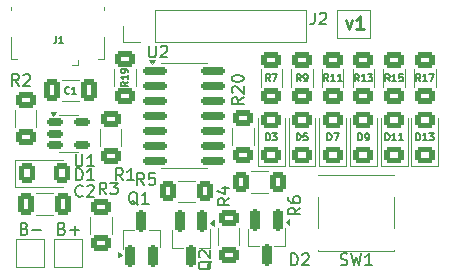
<source format=gto>
G04 #@! TF.GenerationSoftware,KiCad,Pcbnew,9.0.1*
G04 #@! TF.CreationDate,2025-09-23T20:37:19+02:00*
G04 #@! TF.ProjectId,blikac-smd,626c696b-6163-42d7-936d-642e6b696361,rev?*
G04 #@! TF.SameCoordinates,Original*
G04 #@! TF.FileFunction,Legend,Top*
G04 #@! TF.FilePolarity,Positive*
%FSLAX46Y46*%
G04 Gerber Fmt 4.6, Leading zero omitted, Abs format (unit mm)*
G04 Created by KiCad (PCBNEW 9.0.1) date 2025-09-23 20:37:19*
%MOMM*%
%LPD*%
G01*
G04 APERTURE LIST*
G04 Aperture macros list*
%AMRoundRect*
0 Rectangle with rounded corners*
0 $1 Rounding radius*
0 $2 $3 $4 $5 $6 $7 $8 $9 X,Y pos of 4 corners*
0 Add a 4 corners polygon primitive as box body*
4,1,4,$2,$3,$4,$5,$6,$7,$8,$9,$2,$3,0*
0 Add four circle primitives for the rounded corners*
1,1,$1+$1,$2,$3*
1,1,$1+$1,$4,$5*
1,1,$1+$1,$6,$7*
1,1,$1+$1,$8,$9*
0 Add four rect primitives between the rounded corners*
20,1,$1+$1,$2,$3,$4,$5,0*
20,1,$1+$1,$4,$5,$6,$7,0*
20,1,$1+$1,$6,$7,$8,$9,0*
20,1,$1+$1,$8,$9,$2,$3,0*%
G04 Aperture macros list end*
%ADD10C,0.100000*%
%ADD11C,0.240000*%
%ADD12C,0.200000*%
%ADD13C,0.150000*%
%ADD14C,0.120000*%
%ADD15RoundRect,0.250000X-0.625000X0.400000X-0.625000X-0.400000X0.625000X-0.400000X0.625000X0.400000X0*%
%ADD16RoundRect,0.250000X0.625000X-0.400000X0.625000X0.400000X-0.625000X0.400000X-0.625000X-0.400000X0*%
%ADD17R,2.000000X2.000000*%
%ADD18RoundRect,0.250001X0.624999X-0.462499X0.624999X0.462499X-0.624999X0.462499X-0.624999X-0.462499X0*%
%ADD19RoundRect,0.250000X0.400000X0.625000X-0.400000X0.625000X-0.400000X-0.625000X0.400000X-0.625000X0*%
%ADD20RoundRect,0.250001X-0.462499X-0.624999X0.462499X-0.624999X0.462499X0.624999X-0.462499X0.624999X0*%
%ADD21R,1.700000X1.700000*%
%ADD22C,1.700000*%
%ADD23RoundRect,0.150000X-0.825000X-0.150000X0.825000X-0.150000X0.825000X0.150000X-0.825000X0.150000X0*%
%ADD24RoundRect,0.250000X0.412500X0.650000X-0.412500X0.650000X-0.412500X-0.650000X0.412500X-0.650000X0*%
%ADD25RoundRect,0.200000X-0.200000X0.750000X-0.200000X-0.750000X0.200000X-0.750000X0.200000X0.750000X0*%
%ADD26RoundRect,0.200000X0.200000X-0.750000X0.200000X0.750000X-0.200000X0.750000X-0.200000X-0.750000X0*%
%ADD27R,0.400000X1.350000*%
%ADD28O,1.200000X1.900000*%
%ADD29R,1.200000X1.900000*%
%ADD30C,1.450000*%
%ADD31R,1.500000X1.900000*%
%ADD32RoundRect,0.150000X-0.512500X-0.150000X0.512500X-0.150000X0.512500X0.150000X-0.512500X0.150000X0*%
%ADD33RoundRect,0.250000X-0.400000X-0.625000X0.400000X-0.625000X0.400000X0.625000X-0.400000X0.625000X0*%
%ADD34R,1.550000X1.300000*%
G04 APERTURE END LIST*
D10*
X148800000Y-65800000D02*
X151600000Y-65800000D01*
X151600000Y-68200000D01*
X148800000Y-68200000D01*
X148800000Y-65800000D01*
D11*
X149515036Y-66719567D02*
X149776941Y-67452900D01*
X149776941Y-67452900D02*
X150038846Y-66719567D01*
X151034084Y-67452900D02*
X150405512Y-67452900D01*
X150719798Y-67452900D02*
X150719798Y-66352900D01*
X150719798Y-66352900D02*
X150615036Y-66510043D01*
X150615036Y-66510043D02*
X150510274Y-66614805D01*
X150510274Y-66614805D02*
X150405512Y-66667186D01*
D12*
X125503006Y-84343409D02*
X125645863Y-84391028D01*
X125645863Y-84391028D02*
X125693482Y-84438647D01*
X125693482Y-84438647D02*
X125741101Y-84533885D01*
X125741101Y-84533885D02*
X125741101Y-84676742D01*
X125741101Y-84676742D02*
X125693482Y-84771980D01*
X125693482Y-84771980D02*
X125645863Y-84819600D01*
X125645863Y-84819600D02*
X125550625Y-84867219D01*
X125550625Y-84867219D02*
X125169673Y-84867219D01*
X125169673Y-84867219D02*
X125169673Y-83867219D01*
X125169673Y-83867219D02*
X125503006Y-83867219D01*
X125503006Y-83867219D02*
X125598244Y-83914838D01*
X125598244Y-83914838D02*
X125645863Y-83962457D01*
X125645863Y-83962457D02*
X125693482Y-84057695D01*
X125693482Y-84057695D02*
X125693482Y-84152933D01*
X125693482Y-84152933D02*
X125645863Y-84248171D01*
X125645863Y-84248171D02*
X125598244Y-84295790D01*
X125598244Y-84295790D02*
X125503006Y-84343409D01*
X125503006Y-84343409D02*
X125169673Y-84343409D01*
X126169673Y-84486266D02*
X126931578Y-84486266D01*
X126550625Y-84867219D02*
X126550625Y-84105314D01*
X122303006Y-84343409D02*
X122445863Y-84391028D01*
X122445863Y-84391028D02*
X122493482Y-84438647D01*
X122493482Y-84438647D02*
X122541101Y-84533885D01*
X122541101Y-84533885D02*
X122541101Y-84676742D01*
X122541101Y-84676742D02*
X122493482Y-84771980D01*
X122493482Y-84771980D02*
X122445863Y-84819600D01*
X122445863Y-84819600D02*
X122350625Y-84867219D01*
X122350625Y-84867219D02*
X121969673Y-84867219D01*
X121969673Y-84867219D02*
X121969673Y-83867219D01*
X121969673Y-83867219D02*
X122303006Y-83867219D01*
X122303006Y-83867219D02*
X122398244Y-83914838D01*
X122398244Y-83914838D02*
X122445863Y-83962457D01*
X122445863Y-83962457D02*
X122493482Y-84057695D01*
X122493482Y-84057695D02*
X122493482Y-84152933D01*
X122493482Y-84152933D02*
X122445863Y-84248171D01*
X122445863Y-84248171D02*
X122398244Y-84295790D01*
X122398244Y-84295790D02*
X122303006Y-84343409D01*
X122303006Y-84343409D02*
X121969673Y-84343409D01*
X122969673Y-84486266D02*
X123731578Y-84486266D01*
D13*
X130633333Y-80254819D02*
X130300000Y-79778628D01*
X130061905Y-80254819D02*
X130061905Y-79254819D01*
X130061905Y-79254819D02*
X130442857Y-79254819D01*
X130442857Y-79254819D02*
X130538095Y-79302438D01*
X130538095Y-79302438D02*
X130585714Y-79350057D01*
X130585714Y-79350057D02*
X130633333Y-79445295D01*
X130633333Y-79445295D02*
X130633333Y-79588152D01*
X130633333Y-79588152D02*
X130585714Y-79683390D01*
X130585714Y-79683390D02*
X130538095Y-79731009D01*
X130538095Y-79731009D02*
X130442857Y-79778628D01*
X130442857Y-79778628D02*
X130061905Y-79778628D01*
X131585714Y-80254819D02*
X131014286Y-80254819D01*
X131300000Y-80254819D02*
X131300000Y-79254819D01*
X131300000Y-79254819D02*
X131204762Y-79397676D01*
X131204762Y-79397676D02*
X131109524Y-79492914D01*
X131109524Y-79492914D02*
X131014286Y-79540533D01*
X140854819Y-73242857D02*
X140378628Y-73576190D01*
X140854819Y-73814285D02*
X139854819Y-73814285D01*
X139854819Y-73814285D02*
X139854819Y-73433333D01*
X139854819Y-73433333D02*
X139902438Y-73338095D01*
X139902438Y-73338095D02*
X139950057Y-73290476D01*
X139950057Y-73290476D02*
X140045295Y-73242857D01*
X140045295Y-73242857D02*
X140188152Y-73242857D01*
X140188152Y-73242857D02*
X140283390Y-73290476D01*
X140283390Y-73290476D02*
X140331009Y-73338095D01*
X140331009Y-73338095D02*
X140378628Y-73433333D01*
X140378628Y-73433333D02*
X140378628Y-73814285D01*
X139950057Y-72861904D02*
X139902438Y-72814285D01*
X139902438Y-72814285D02*
X139854819Y-72719047D01*
X139854819Y-72719047D02*
X139854819Y-72480952D01*
X139854819Y-72480952D02*
X139902438Y-72385714D01*
X139902438Y-72385714D02*
X139950057Y-72338095D01*
X139950057Y-72338095D02*
X140045295Y-72290476D01*
X140045295Y-72290476D02*
X140140533Y-72290476D01*
X140140533Y-72290476D02*
X140283390Y-72338095D01*
X140283390Y-72338095D02*
X140854819Y-72909523D01*
X140854819Y-72909523D02*
X140854819Y-72290476D01*
X139854819Y-71671428D02*
X139854819Y-71576190D01*
X139854819Y-71576190D02*
X139902438Y-71480952D01*
X139902438Y-71480952D02*
X139950057Y-71433333D01*
X139950057Y-71433333D02*
X140045295Y-71385714D01*
X140045295Y-71385714D02*
X140235771Y-71338095D01*
X140235771Y-71338095D02*
X140473866Y-71338095D01*
X140473866Y-71338095D02*
X140664342Y-71385714D01*
X140664342Y-71385714D02*
X140759580Y-71433333D01*
X140759580Y-71433333D02*
X140807200Y-71480952D01*
X140807200Y-71480952D02*
X140854819Y-71576190D01*
X140854819Y-71576190D02*
X140854819Y-71671428D01*
X140854819Y-71671428D02*
X140807200Y-71766666D01*
X140807200Y-71766666D02*
X140759580Y-71814285D01*
X140759580Y-71814285D02*
X140664342Y-71861904D01*
X140664342Y-71861904D02*
X140473866Y-71909523D01*
X140473866Y-71909523D02*
X140235771Y-71909523D01*
X140235771Y-71909523D02*
X140045295Y-71861904D01*
X140045295Y-71861904D02*
X139950057Y-71814285D01*
X139950057Y-71814285D02*
X139902438Y-71766666D01*
X139902438Y-71766666D02*
X139854819Y-71671428D01*
X142757143Y-76869771D02*
X142757143Y-76269771D01*
X142757143Y-76269771D02*
X142900000Y-76269771D01*
X142900000Y-76269771D02*
X142985714Y-76298342D01*
X142985714Y-76298342D02*
X143042857Y-76355485D01*
X143042857Y-76355485D02*
X143071428Y-76412628D01*
X143071428Y-76412628D02*
X143100000Y-76526914D01*
X143100000Y-76526914D02*
X143100000Y-76612628D01*
X143100000Y-76612628D02*
X143071428Y-76726914D01*
X143071428Y-76726914D02*
X143042857Y-76784057D01*
X143042857Y-76784057D02*
X142985714Y-76841200D01*
X142985714Y-76841200D02*
X142900000Y-76869771D01*
X142900000Y-76869771D02*
X142757143Y-76869771D01*
X143300000Y-76269771D02*
X143671428Y-76269771D01*
X143671428Y-76269771D02*
X143471428Y-76498342D01*
X143471428Y-76498342D02*
X143557143Y-76498342D01*
X143557143Y-76498342D02*
X143614286Y-76526914D01*
X143614286Y-76526914D02*
X143642857Y-76555485D01*
X143642857Y-76555485D02*
X143671428Y-76612628D01*
X143671428Y-76612628D02*
X143671428Y-76755485D01*
X143671428Y-76755485D02*
X143642857Y-76812628D01*
X143642857Y-76812628D02*
X143614286Y-76841200D01*
X143614286Y-76841200D02*
X143557143Y-76869771D01*
X143557143Y-76869771D02*
X143385714Y-76869771D01*
X143385714Y-76869771D02*
X143328571Y-76841200D01*
X143328571Y-76841200D02*
X143300000Y-76812628D01*
X132433333Y-80654819D02*
X132100000Y-80178628D01*
X131861905Y-80654819D02*
X131861905Y-79654819D01*
X131861905Y-79654819D02*
X132242857Y-79654819D01*
X132242857Y-79654819D02*
X132338095Y-79702438D01*
X132338095Y-79702438D02*
X132385714Y-79750057D01*
X132385714Y-79750057D02*
X132433333Y-79845295D01*
X132433333Y-79845295D02*
X132433333Y-79988152D01*
X132433333Y-79988152D02*
X132385714Y-80083390D01*
X132385714Y-80083390D02*
X132338095Y-80131009D01*
X132338095Y-80131009D02*
X132242857Y-80178628D01*
X132242857Y-80178628D02*
X131861905Y-80178628D01*
X133338095Y-79654819D02*
X132861905Y-79654819D01*
X132861905Y-79654819D02*
X132814286Y-80131009D01*
X132814286Y-80131009D02*
X132861905Y-80083390D01*
X132861905Y-80083390D02*
X132957143Y-80035771D01*
X132957143Y-80035771D02*
X133195238Y-80035771D01*
X133195238Y-80035771D02*
X133290476Y-80083390D01*
X133290476Y-80083390D02*
X133338095Y-80131009D01*
X133338095Y-80131009D02*
X133385714Y-80226247D01*
X133385714Y-80226247D02*
X133385714Y-80464342D01*
X133385714Y-80464342D02*
X133338095Y-80559580D01*
X133338095Y-80559580D02*
X133290476Y-80607200D01*
X133290476Y-80607200D02*
X133195238Y-80654819D01*
X133195238Y-80654819D02*
X132957143Y-80654819D01*
X132957143Y-80654819D02*
X132861905Y-80607200D01*
X132861905Y-80607200D02*
X132814286Y-80559580D01*
X121833333Y-72254819D02*
X121500000Y-71778628D01*
X121261905Y-72254819D02*
X121261905Y-71254819D01*
X121261905Y-71254819D02*
X121642857Y-71254819D01*
X121642857Y-71254819D02*
X121738095Y-71302438D01*
X121738095Y-71302438D02*
X121785714Y-71350057D01*
X121785714Y-71350057D02*
X121833333Y-71445295D01*
X121833333Y-71445295D02*
X121833333Y-71588152D01*
X121833333Y-71588152D02*
X121785714Y-71683390D01*
X121785714Y-71683390D02*
X121738095Y-71731009D01*
X121738095Y-71731009D02*
X121642857Y-71778628D01*
X121642857Y-71778628D02*
X121261905Y-71778628D01*
X122214286Y-71350057D02*
X122261905Y-71302438D01*
X122261905Y-71302438D02*
X122357143Y-71254819D01*
X122357143Y-71254819D02*
X122595238Y-71254819D01*
X122595238Y-71254819D02*
X122690476Y-71302438D01*
X122690476Y-71302438D02*
X122738095Y-71350057D01*
X122738095Y-71350057D02*
X122785714Y-71445295D01*
X122785714Y-71445295D02*
X122785714Y-71540533D01*
X122785714Y-71540533D02*
X122738095Y-71683390D01*
X122738095Y-71683390D02*
X122166667Y-72254819D01*
X122166667Y-72254819D02*
X122785714Y-72254819D01*
X131069771Y-71935714D02*
X130784057Y-72135714D01*
X131069771Y-72278571D02*
X130469771Y-72278571D01*
X130469771Y-72278571D02*
X130469771Y-72050000D01*
X130469771Y-72050000D02*
X130498342Y-71992857D01*
X130498342Y-71992857D02*
X130526914Y-71964286D01*
X130526914Y-71964286D02*
X130584057Y-71935714D01*
X130584057Y-71935714D02*
X130669771Y-71935714D01*
X130669771Y-71935714D02*
X130726914Y-71964286D01*
X130726914Y-71964286D02*
X130755485Y-71992857D01*
X130755485Y-71992857D02*
X130784057Y-72050000D01*
X130784057Y-72050000D02*
X130784057Y-72278571D01*
X131069771Y-71364286D02*
X131069771Y-71707143D01*
X131069771Y-71535714D02*
X130469771Y-71535714D01*
X130469771Y-71535714D02*
X130555485Y-71592857D01*
X130555485Y-71592857D02*
X130612628Y-71650000D01*
X130612628Y-71650000D02*
X130641200Y-71707143D01*
X131069771Y-71078571D02*
X131069771Y-70964285D01*
X131069771Y-70964285D02*
X131041200Y-70907142D01*
X131041200Y-70907142D02*
X131012628Y-70878571D01*
X131012628Y-70878571D02*
X130926914Y-70821428D01*
X130926914Y-70821428D02*
X130812628Y-70792857D01*
X130812628Y-70792857D02*
X130584057Y-70792857D01*
X130584057Y-70792857D02*
X130526914Y-70821428D01*
X130526914Y-70821428D02*
X130498342Y-70850000D01*
X130498342Y-70850000D02*
X130469771Y-70907142D01*
X130469771Y-70907142D02*
X130469771Y-71021428D01*
X130469771Y-71021428D02*
X130498342Y-71078571D01*
X130498342Y-71078571D02*
X130526914Y-71107142D01*
X130526914Y-71107142D02*
X130584057Y-71135714D01*
X130584057Y-71135714D02*
X130726914Y-71135714D01*
X130726914Y-71135714D02*
X130784057Y-71107142D01*
X130784057Y-71107142D02*
X130812628Y-71078571D01*
X130812628Y-71078571D02*
X130841200Y-71021428D01*
X130841200Y-71021428D02*
X130841200Y-70907142D01*
X130841200Y-70907142D02*
X130812628Y-70850000D01*
X130812628Y-70850000D02*
X130784057Y-70821428D01*
X130784057Y-70821428D02*
X130726914Y-70792857D01*
X126661905Y-80254819D02*
X126661905Y-79254819D01*
X126661905Y-79254819D02*
X126900000Y-79254819D01*
X126900000Y-79254819D02*
X127042857Y-79302438D01*
X127042857Y-79302438D02*
X127138095Y-79397676D01*
X127138095Y-79397676D02*
X127185714Y-79492914D01*
X127185714Y-79492914D02*
X127233333Y-79683390D01*
X127233333Y-79683390D02*
X127233333Y-79826247D01*
X127233333Y-79826247D02*
X127185714Y-80016723D01*
X127185714Y-80016723D02*
X127138095Y-80111961D01*
X127138095Y-80111961D02*
X127042857Y-80207200D01*
X127042857Y-80207200D02*
X126900000Y-80254819D01*
X126900000Y-80254819D02*
X126661905Y-80254819D01*
X128185714Y-80254819D02*
X127614286Y-80254819D01*
X127900000Y-80254819D02*
X127900000Y-79254819D01*
X127900000Y-79254819D02*
X127804762Y-79397676D01*
X127804762Y-79397676D02*
X127709524Y-79492914D01*
X127709524Y-79492914D02*
X127614286Y-79540533D01*
X146866666Y-66054819D02*
X146866666Y-66769104D01*
X146866666Y-66769104D02*
X146819047Y-66911961D01*
X146819047Y-66911961D02*
X146723809Y-67007200D01*
X146723809Y-67007200D02*
X146580952Y-67054819D01*
X146580952Y-67054819D02*
X146485714Y-67054819D01*
X147295238Y-66150057D02*
X147342857Y-66102438D01*
X147342857Y-66102438D02*
X147438095Y-66054819D01*
X147438095Y-66054819D02*
X147676190Y-66054819D01*
X147676190Y-66054819D02*
X147771428Y-66102438D01*
X147771428Y-66102438D02*
X147819047Y-66150057D01*
X147819047Y-66150057D02*
X147866666Y-66245295D01*
X147866666Y-66245295D02*
X147866666Y-66340533D01*
X147866666Y-66340533D02*
X147819047Y-66483390D01*
X147819047Y-66483390D02*
X147247619Y-67054819D01*
X147247619Y-67054819D02*
X147866666Y-67054819D01*
X145700000Y-71869771D02*
X145500000Y-71584057D01*
X145357143Y-71869771D02*
X145357143Y-71269771D01*
X145357143Y-71269771D02*
X145585714Y-71269771D01*
X145585714Y-71269771D02*
X145642857Y-71298342D01*
X145642857Y-71298342D02*
X145671428Y-71326914D01*
X145671428Y-71326914D02*
X145700000Y-71384057D01*
X145700000Y-71384057D02*
X145700000Y-71469771D01*
X145700000Y-71469771D02*
X145671428Y-71526914D01*
X145671428Y-71526914D02*
X145642857Y-71555485D01*
X145642857Y-71555485D02*
X145585714Y-71584057D01*
X145585714Y-71584057D02*
X145357143Y-71584057D01*
X145985714Y-71869771D02*
X146100000Y-71869771D01*
X146100000Y-71869771D02*
X146157143Y-71841200D01*
X146157143Y-71841200D02*
X146185714Y-71812628D01*
X146185714Y-71812628D02*
X146242857Y-71726914D01*
X146242857Y-71726914D02*
X146271428Y-71612628D01*
X146271428Y-71612628D02*
X146271428Y-71384057D01*
X146271428Y-71384057D02*
X146242857Y-71326914D01*
X146242857Y-71326914D02*
X146214286Y-71298342D01*
X146214286Y-71298342D02*
X146157143Y-71269771D01*
X146157143Y-71269771D02*
X146042857Y-71269771D01*
X146042857Y-71269771D02*
X145985714Y-71298342D01*
X145985714Y-71298342D02*
X145957143Y-71326914D01*
X145957143Y-71326914D02*
X145928571Y-71384057D01*
X145928571Y-71384057D02*
X145928571Y-71526914D01*
X145928571Y-71526914D02*
X145957143Y-71584057D01*
X145957143Y-71584057D02*
X145985714Y-71612628D01*
X145985714Y-71612628D02*
X146042857Y-71641200D01*
X146042857Y-71641200D02*
X146157143Y-71641200D01*
X146157143Y-71641200D02*
X146214286Y-71612628D01*
X146214286Y-71612628D02*
X146242857Y-71584057D01*
X146242857Y-71584057D02*
X146271428Y-71526914D01*
X132838095Y-68854819D02*
X132838095Y-69664342D01*
X132838095Y-69664342D02*
X132885714Y-69759580D01*
X132885714Y-69759580D02*
X132933333Y-69807200D01*
X132933333Y-69807200D02*
X133028571Y-69854819D01*
X133028571Y-69854819D02*
X133219047Y-69854819D01*
X133219047Y-69854819D02*
X133314285Y-69807200D01*
X133314285Y-69807200D02*
X133361904Y-69759580D01*
X133361904Y-69759580D02*
X133409523Y-69664342D01*
X133409523Y-69664342D02*
X133409523Y-68854819D01*
X133838095Y-68950057D02*
X133885714Y-68902438D01*
X133885714Y-68902438D02*
X133980952Y-68854819D01*
X133980952Y-68854819D02*
X134219047Y-68854819D01*
X134219047Y-68854819D02*
X134314285Y-68902438D01*
X134314285Y-68902438D02*
X134361904Y-68950057D01*
X134361904Y-68950057D02*
X134409523Y-69045295D01*
X134409523Y-69045295D02*
X134409523Y-69140533D01*
X134409523Y-69140533D02*
X134361904Y-69283390D01*
X134361904Y-69283390D02*
X133790476Y-69854819D01*
X133790476Y-69854819D02*
X134409523Y-69854819D01*
X127233333Y-81559580D02*
X127185714Y-81607200D01*
X127185714Y-81607200D02*
X127042857Y-81654819D01*
X127042857Y-81654819D02*
X126947619Y-81654819D01*
X126947619Y-81654819D02*
X126804762Y-81607200D01*
X126804762Y-81607200D02*
X126709524Y-81511961D01*
X126709524Y-81511961D02*
X126661905Y-81416723D01*
X126661905Y-81416723D02*
X126614286Y-81226247D01*
X126614286Y-81226247D02*
X126614286Y-81083390D01*
X126614286Y-81083390D02*
X126661905Y-80892914D01*
X126661905Y-80892914D02*
X126709524Y-80797676D01*
X126709524Y-80797676D02*
X126804762Y-80702438D01*
X126804762Y-80702438D02*
X126947619Y-80654819D01*
X126947619Y-80654819D02*
X127042857Y-80654819D01*
X127042857Y-80654819D02*
X127185714Y-80702438D01*
X127185714Y-80702438D02*
X127233333Y-80750057D01*
X127614286Y-80750057D02*
X127661905Y-80702438D01*
X127661905Y-80702438D02*
X127757143Y-80654819D01*
X127757143Y-80654819D02*
X127995238Y-80654819D01*
X127995238Y-80654819D02*
X128090476Y-80702438D01*
X128090476Y-80702438D02*
X128138095Y-80750057D01*
X128138095Y-80750057D02*
X128185714Y-80845295D01*
X128185714Y-80845295D02*
X128185714Y-80940533D01*
X128185714Y-80940533D02*
X128138095Y-81083390D01*
X128138095Y-81083390D02*
X127566667Y-81654819D01*
X127566667Y-81654819D02*
X128185714Y-81654819D01*
X144861905Y-87454819D02*
X144861905Y-86454819D01*
X144861905Y-86454819D02*
X145100000Y-86454819D01*
X145100000Y-86454819D02*
X145242857Y-86502438D01*
X145242857Y-86502438D02*
X145338095Y-86597676D01*
X145338095Y-86597676D02*
X145385714Y-86692914D01*
X145385714Y-86692914D02*
X145433333Y-86883390D01*
X145433333Y-86883390D02*
X145433333Y-87026247D01*
X145433333Y-87026247D02*
X145385714Y-87216723D01*
X145385714Y-87216723D02*
X145338095Y-87311961D01*
X145338095Y-87311961D02*
X145242857Y-87407200D01*
X145242857Y-87407200D02*
X145100000Y-87454819D01*
X145100000Y-87454819D02*
X144861905Y-87454819D01*
X145814286Y-86550057D02*
X145861905Y-86502438D01*
X145861905Y-86502438D02*
X145957143Y-86454819D01*
X145957143Y-86454819D02*
X146195238Y-86454819D01*
X146195238Y-86454819D02*
X146290476Y-86502438D01*
X146290476Y-86502438D02*
X146338095Y-86550057D01*
X146338095Y-86550057D02*
X146385714Y-86645295D01*
X146385714Y-86645295D02*
X146385714Y-86740533D01*
X146385714Y-86740533D02*
X146338095Y-86883390D01*
X146338095Y-86883390D02*
X145766667Y-87454819D01*
X145766667Y-87454819D02*
X146385714Y-87454819D01*
X147957143Y-76869771D02*
X147957143Y-76269771D01*
X147957143Y-76269771D02*
X148100000Y-76269771D01*
X148100000Y-76269771D02*
X148185714Y-76298342D01*
X148185714Y-76298342D02*
X148242857Y-76355485D01*
X148242857Y-76355485D02*
X148271428Y-76412628D01*
X148271428Y-76412628D02*
X148300000Y-76526914D01*
X148300000Y-76526914D02*
X148300000Y-76612628D01*
X148300000Y-76612628D02*
X148271428Y-76726914D01*
X148271428Y-76726914D02*
X148242857Y-76784057D01*
X148242857Y-76784057D02*
X148185714Y-76841200D01*
X148185714Y-76841200D02*
X148100000Y-76869771D01*
X148100000Y-76869771D02*
X147957143Y-76869771D01*
X148500000Y-76269771D02*
X148900000Y-76269771D01*
X148900000Y-76269771D02*
X148642857Y-76869771D01*
X155814285Y-71869771D02*
X155614285Y-71584057D01*
X155471428Y-71869771D02*
X155471428Y-71269771D01*
X155471428Y-71269771D02*
X155699999Y-71269771D01*
X155699999Y-71269771D02*
X155757142Y-71298342D01*
X155757142Y-71298342D02*
X155785713Y-71326914D01*
X155785713Y-71326914D02*
X155814285Y-71384057D01*
X155814285Y-71384057D02*
X155814285Y-71469771D01*
X155814285Y-71469771D02*
X155785713Y-71526914D01*
X155785713Y-71526914D02*
X155757142Y-71555485D01*
X155757142Y-71555485D02*
X155699999Y-71584057D01*
X155699999Y-71584057D02*
X155471428Y-71584057D01*
X156385713Y-71869771D02*
X156042856Y-71869771D01*
X156214285Y-71869771D02*
X156214285Y-71269771D01*
X156214285Y-71269771D02*
X156157142Y-71355485D01*
X156157142Y-71355485D02*
X156099999Y-71412628D01*
X156099999Y-71412628D02*
X156042856Y-71441200D01*
X156585714Y-71269771D02*
X156985714Y-71269771D01*
X156985714Y-71269771D02*
X156728571Y-71869771D01*
X131904761Y-82350057D02*
X131809523Y-82302438D01*
X131809523Y-82302438D02*
X131714285Y-82207200D01*
X131714285Y-82207200D02*
X131571428Y-82064342D01*
X131571428Y-82064342D02*
X131476190Y-82016723D01*
X131476190Y-82016723D02*
X131380952Y-82016723D01*
X131428571Y-82254819D02*
X131333333Y-82207200D01*
X131333333Y-82207200D02*
X131238095Y-82111961D01*
X131238095Y-82111961D02*
X131190476Y-81921485D01*
X131190476Y-81921485D02*
X131190476Y-81588152D01*
X131190476Y-81588152D02*
X131238095Y-81397676D01*
X131238095Y-81397676D02*
X131333333Y-81302438D01*
X131333333Y-81302438D02*
X131428571Y-81254819D01*
X131428571Y-81254819D02*
X131619047Y-81254819D01*
X131619047Y-81254819D02*
X131714285Y-81302438D01*
X131714285Y-81302438D02*
X131809523Y-81397676D01*
X131809523Y-81397676D02*
X131857142Y-81588152D01*
X131857142Y-81588152D02*
X131857142Y-81921485D01*
X131857142Y-81921485D02*
X131809523Y-82111961D01*
X131809523Y-82111961D02*
X131714285Y-82207200D01*
X131714285Y-82207200D02*
X131619047Y-82254819D01*
X131619047Y-82254819D02*
X131428571Y-82254819D01*
X132809523Y-82254819D02*
X132238095Y-82254819D01*
X132523809Y-82254819D02*
X132523809Y-81254819D01*
X132523809Y-81254819D02*
X132428571Y-81397676D01*
X132428571Y-81397676D02*
X132333333Y-81492914D01*
X132333333Y-81492914D02*
X132238095Y-81540533D01*
X139654819Y-81766666D02*
X139178628Y-82099999D01*
X139654819Y-82338094D02*
X138654819Y-82338094D01*
X138654819Y-82338094D02*
X138654819Y-81957142D01*
X138654819Y-81957142D02*
X138702438Y-81861904D01*
X138702438Y-81861904D02*
X138750057Y-81814285D01*
X138750057Y-81814285D02*
X138845295Y-81766666D01*
X138845295Y-81766666D02*
X138988152Y-81766666D01*
X138988152Y-81766666D02*
X139083390Y-81814285D01*
X139083390Y-81814285D02*
X139131009Y-81861904D01*
X139131009Y-81861904D02*
X139178628Y-81957142D01*
X139178628Y-81957142D02*
X139178628Y-82338094D01*
X138988152Y-80909523D02*
X139654819Y-80909523D01*
X138607200Y-81147618D02*
X139321485Y-81385713D01*
X139321485Y-81385713D02*
X139321485Y-80766666D01*
X124999999Y-68069771D02*
X124999999Y-68498342D01*
X124999999Y-68498342D02*
X124971428Y-68584057D01*
X124971428Y-68584057D02*
X124914285Y-68641200D01*
X124914285Y-68641200D02*
X124828571Y-68669771D01*
X124828571Y-68669771D02*
X124771428Y-68669771D01*
X125599999Y-68669771D02*
X125257142Y-68669771D01*
X125428571Y-68669771D02*
X125428571Y-68069771D01*
X125428571Y-68069771D02*
X125371428Y-68155485D01*
X125371428Y-68155485D02*
X125314285Y-68212628D01*
X125314285Y-68212628D02*
X125257142Y-68241200D01*
X153214285Y-71869771D02*
X153014285Y-71584057D01*
X152871428Y-71869771D02*
X152871428Y-71269771D01*
X152871428Y-71269771D02*
X153099999Y-71269771D01*
X153099999Y-71269771D02*
X153157142Y-71298342D01*
X153157142Y-71298342D02*
X153185713Y-71326914D01*
X153185713Y-71326914D02*
X153214285Y-71384057D01*
X153214285Y-71384057D02*
X153214285Y-71469771D01*
X153214285Y-71469771D02*
X153185713Y-71526914D01*
X153185713Y-71526914D02*
X153157142Y-71555485D01*
X153157142Y-71555485D02*
X153099999Y-71584057D01*
X153099999Y-71584057D02*
X152871428Y-71584057D01*
X153785713Y-71869771D02*
X153442856Y-71869771D01*
X153614285Y-71869771D02*
X153614285Y-71269771D01*
X153614285Y-71269771D02*
X153557142Y-71355485D01*
X153557142Y-71355485D02*
X153499999Y-71412628D01*
X153499999Y-71412628D02*
X153442856Y-71441200D01*
X154328571Y-71269771D02*
X154042857Y-71269771D01*
X154042857Y-71269771D02*
X154014285Y-71555485D01*
X154014285Y-71555485D02*
X154042857Y-71526914D01*
X154042857Y-71526914D02*
X154100000Y-71498342D01*
X154100000Y-71498342D02*
X154242857Y-71498342D01*
X154242857Y-71498342D02*
X154300000Y-71526914D01*
X154300000Y-71526914D02*
X154328571Y-71555485D01*
X154328571Y-71555485D02*
X154357142Y-71612628D01*
X154357142Y-71612628D02*
X154357142Y-71755485D01*
X154357142Y-71755485D02*
X154328571Y-71812628D01*
X154328571Y-71812628D02*
X154300000Y-71841200D01*
X154300000Y-71841200D02*
X154242857Y-71869771D01*
X154242857Y-71869771D02*
X154100000Y-71869771D01*
X154100000Y-71869771D02*
X154042857Y-71841200D01*
X154042857Y-71841200D02*
X154014285Y-71812628D01*
X148014285Y-71869771D02*
X147814285Y-71584057D01*
X147671428Y-71869771D02*
X147671428Y-71269771D01*
X147671428Y-71269771D02*
X147899999Y-71269771D01*
X147899999Y-71269771D02*
X147957142Y-71298342D01*
X147957142Y-71298342D02*
X147985713Y-71326914D01*
X147985713Y-71326914D02*
X148014285Y-71384057D01*
X148014285Y-71384057D02*
X148014285Y-71469771D01*
X148014285Y-71469771D02*
X147985713Y-71526914D01*
X147985713Y-71526914D02*
X147957142Y-71555485D01*
X147957142Y-71555485D02*
X147899999Y-71584057D01*
X147899999Y-71584057D02*
X147671428Y-71584057D01*
X148585713Y-71869771D02*
X148242856Y-71869771D01*
X148414285Y-71869771D02*
X148414285Y-71269771D01*
X148414285Y-71269771D02*
X148357142Y-71355485D01*
X148357142Y-71355485D02*
X148299999Y-71412628D01*
X148299999Y-71412628D02*
X148242856Y-71441200D01*
X149157142Y-71869771D02*
X148814285Y-71869771D01*
X148985714Y-71869771D02*
X148985714Y-71269771D01*
X148985714Y-71269771D02*
X148928571Y-71355485D01*
X148928571Y-71355485D02*
X148871428Y-71412628D01*
X148871428Y-71412628D02*
X148814285Y-71441200D01*
X126100000Y-72862628D02*
X126071428Y-72891200D01*
X126071428Y-72891200D02*
X125985714Y-72919771D01*
X125985714Y-72919771D02*
X125928571Y-72919771D01*
X125928571Y-72919771D02*
X125842857Y-72891200D01*
X125842857Y-72891200D02*
X125785714Y-72834057D01*
X125785714Y-72834057D02*
X125757143Y-72776914D01*
X125757143Y-72776914D02*
X125728571Y-72662628D01*
X125728571Y-72662628D02*
X125728571Y-72576914D01*
X125728571Y-72576914D02*
X125757143Y-72462628D01*
X125757143Y-72462628D02*
X125785714Y-72405485D01*
X125785714Y-72405485D02*
X125842857Y-72348342D01*
X125842857Y-72348342D02*
X125928571Y-72319771D01*
X125928571Y-72319771D02*
X125985714Y-72319771D01*
X125985714Y-72319771D02*
X126071428Y-72348342D01*
X126071428Y-72348342D02*
X126100000Y-72376914D01*
X126671428Y-72919771D02*
X126328571Y-72919771D01*
X126500000Y-72919771D02*
X126500000Y-72319771D01*
X126500000Y-72319771D02*
X126442857Y-72405485D01*
X126442857Y-72405485D02*
X126385714Y-72462628D01*
X126385714Y-72462628D02*
X126328571Y-72491200D01*
X138150057Y-87095238D02*
X138102438Y-87190476D01*
X138102438Y-87190476D02*
X138007200Y-87285714D01*
X138007200Y-87285714D02*
X137864342Y-87428571D01*
X137864342Y-87428571D02*
X137816723Y-87523809D01*
X137816723Y-87523809D02*
X137816723Y-87619047D01*
X138054819Y-87571428D02*
X138007200Y-87666666D01*
X138007200Y-87666666D02*
X137911961Y-87761904D01*
X137911961Y-87761904D02*
X137721485Y-87809523D01*
X137721485Y-87809523D02*
X137388152Y-87809523D01*
X137388152Y-87809523D02*
X137197676Y-87761904D01*
X137197676Y-87761904D02*
X137102438Y-87666666D01*
X137102438Y-87666666D02*
X137054819Y-87571428D01*
X137054819Y-87571428D02*
X137054819Y-87380952D01*
X137054819Y-87380952D02*
X137102438Y-87285714D01*
X137102438Y-87285714D02*
X137197676Y-87190476D01*
X137197676Y-87190476D02*
X137388152Y-87142857D01*
X137388152Y-87142857D02*
X137721485Y-87142857D01*
X137721485Y-87142857D02*
X137911961Y-87190476D01*
X137911961Y-87190476D02*
X138007200Y-87285714D01*
X138007200Y-87285714D02*
X138054819Y-87380952D01*
X138054819Y-87380952D02*
X138054819Y-87571428D01*
X137150057Y-86761904D02*
X137102438Y-86714285D01*
X137102438Y-86714285D02*
X137054819Y-86619047D01*
X137054819Y-86619047D02*
X137054819Y-86380952D01*
X137054819Y-86380952D02*
X137102438Y-86285714D01*
X137102438Y-86285714D02*
X137150057Y-86238095D01*
X137150057Y-86238095D02*
X137245295Y-86190476D01*
X137245295Y-86190476D02*
X137340533Y-86190476D01*
X137340533Y-86190476D02*
X137483390Y-86238095D01*
X137483390Y-86238095D02*
X138054819Y-86809523D01*
X138054819Y-86809523D02*
X138054819Y-86190476D01*
X150557143Y-76869771D02*
X150557143Y-76269771D01*
X150557143Y-76269771D02*
X150700000Y-76269771D01*
X150700000Y-76269771D02*
X150785714Y-76298342D01*
X150785714Y-76298342D02*
X150842857Y-76355485D01*
X150842857Y-76355485D02*
X150871428Y-76412628D01*
X150871428Y-76412628D02*
X150900000Y-76526914D01*
X150900000Y-76526914D02*
X150900000Y-76612628D01*
X150900000Y-76612628D02*
X150871428Y-76726914D01*
X150871428Y-76726914D02*
X150842857Y-76784057D01*
X150842857Y-76784057D02*
X150785714Y-76841200D01*
X150785714Y-76841200D02*
X150700000Y-76869771D01*
X150700000Y-76869771D02*
X150557143Y-76869771D01*
X151185714Y-76869771D02*
X151300000Y-76869771D01*
X151300000Y-76869771D02*
X151357143Y-76841200D01*
X151357143Y-76841200D02*
X151385714Y-76812628D01*
X151385714Y-76812628D02*
X151442857Y-76726914D01*
X151442857Y-76726914D02*
X151471428Y-76612628D01*
X151471428Y-76612628D02*
X151471428Y-76384057D01*
X151471428Y-76384057D02*
X151442857Y-76326914D01*
X151442857Y-76326914D02*
X151414286Y-76298342D01*
X151414286Y-76298342D02*
X151357143Y-76269771D01*
X151357143Y-76269771D02*
X151242857Y-76269771D01*
X151242857Y-76269771D02*
X151185714Y-76298342D01*
X151185714Y-76298342D02*
X151157143Y-76326914D01*
X151157143Y-76326914D02*
X151128571Y-76384057D01*
X151128571Y-76384057D02*
X151128571Y-76526914D01*
X151128571Y-76526914D02*
X151157143Y-76584057D01*
X151157143Y-76584057D02*
X151185714Y-76612628D01*
X151185714Y-76612628D02*
X151242857Y-76641200D01*
X151242857Y-76641200D02*
X151357143Y-76641200D01*
X151357143Y-76641200D02*
X151414286Y-76612628D01*
X151414286Y-76612628D02*
X151442857Y-76584057D01*
X151442857Y-76584057D02*
X151471428Y-76526914D01*
X126638095Y-78054819D02*
X126638095Y-78864342D01*
X126638095Y-78864342D02*
X126685714Y-78959580D01*
X126685714Y-78959580D02*
X126733333Y-79007200D01*
X126733333Y-79007200D02*
X126828571Y-79054819D01*
X126828571Y-79054819D02*
X127019047Y-79054819D01*
X127019047Y-79054819D02*
X127114285Y-79007200D01*
X127114285Y-79007200D02*
X127161904Y-78959580D01*
X127161904Y-78959580D02*
X127209523Y-78864342D01*
X127209523Y-78864342D02*
X127209523Y-78054819D01*
X128209523Y-79054819D02*
X127638095Y-79054819D01*
X127923809Y-79054819D02*
X127923809Y-78054819D01*
X127923809Y-78054819D02*
X127828571Y-78197676D01*
X127828571Y-78197676D02*
X127733333Y-78292914D01*
X127733333Y-78292914D02*
X127638095Y-78340533D01*
X145357143Y-76869771D02*
X145357143Y-76269771D01*
X145357143Y-76269771D02*
X145500000Y-76269771D01*
X145500000Y-76269771D02*
X145585714Y-76298342D01*
X145585714Y-76298342D02*
X145642857Y-76355485D01*
X145642857Y-76355485D02*
X145671428Y-76412628D01*
X145671428Y-76412628D02*
X145700000Y-76526914D01*
X145700000Y-76526914D02*
X145700000Y-76612628D01*
X145700000Y-76612628D02*
X145671428Y-76726914D01*
X145671428Y-76726914D02*
X145642857Y-76784057D01*
X145642857Y-76784057D02*
X145585714Y-76841200D01*
X145585714Y-76841200D02*
X145500000Y-76869771D01*
X145500000Y-76869771D02*
X145357143Y-76869771D01*
X146242857Y-76269771D02*
X145957143Y-76269771D01*
X145957143Y-76269771D02*
X145928571Y-76555485D01*
X145928571Y-76555485D02*
X145957143Y-76526914D01*
X145957143Y-76526914D02*
X146014286Y-76498342D01*
X146014286Y-76498342D02*
X146157143Y-76498342D01*
X146157143Y-76498342D02*
X146214286Y-76526914D01*
X146214286Y-76526914D02*
X146242857Y-76555485D01*
X146242857Y-76555485D02*
X146271428Y-76612628D01*
X146271428Y-76612628D02*
X146271428Y-76755485D01*
X146271428Y-76755485D02*
X146242857Y-76812628D01*
X146242857Y-76812628D02*
X146214286Y-76841200D01*
X146214286Y-76841200D02*
X146157143Y-76869771D01*
X146157143Y-76869771D02*
X146014286Y-76869771D01*
X146014286Y-76869771D02*
X145957143Y-76841200D01*
X145957143Y-76841200D02*
X145928571Y-76812628D01*
X143100000Y-71869771D02*
X142900000Y-71584057D01*
X142757143Y-71869771D02*
X142757143Y-71269771D01*
X142757143Y-71269771D02*
X142985714Y-71269771D01*
X142985714Y-71269771D02*
X143042857Y-71298342D01*
X143042857Y-71298342D02*
X143071428Y-71326914D01*
X143071428Y-71326914D02*
X143100000Y-71384057D01*
X143100000Y-71384057D02*
X143100000Y-71469771D01*
X143100000Y-71469771D02*
X143071428Y-71526914D01*
X143071428Y-71526914D02*
X143042857Y-71555485D01*
X143042857Y-71555485D02*
X142985714Y-71584057D01*
X142985714Y-71584057D02*
X142757143Y-71584057D01*
X143300000Y-71269771D02*
X143700000Y-71269771D01*
X143700000Y-71269771D02*
X143442857Y-71869771D01*
X150614285Y-71869771D02*
X150414285Y-71584057D01*
X150271428Y-71869771D02*
X150271428Y-71269771D01*
X150271428Y-71269771D02*
X150499999Y-71269771D01*
X150499999Y-71269771D02*
X150557142Y-71298342D01*
X150557142Y-71298342D02*
X150585713Y-71326914D01*
X150585713Y-71326914D02*
X150614285Y-71384057D01*
X150614285Y-71384057D02*
X150614285Y-71469771D01*
X150614285Y-71469771D02*
X150585713Y-71526914D01*
X150585713Y-71526914D02*
X150557142Y-71555485D01*
X150557142Y-71555485D02*
X150499999Y-71584057D01*
X150499999Y-71584057D02*
X150271428Y-71584057D01*
X151185713Y-71869771D02*
X150842856Y-71869771D01*
X151014285Y-71869771D02*
X151014285Y-71269771D01*
X151014285Y-71269771D02*
X150957142Y-71355485D01*
X150957142Y-71355485D02*
X150899999Y-71412628D01*
X150899999Y-71412628D02*
X150842856Y-71441200D01*
X151385714Y-71269771D02*
X151757142Y-71269771D01*
X151757142Y-71269771D02*
X151557142Y-71498342D01*
X151557142Y-71498342D02*
X151642857Y-71498342D01*
X151642857Y-71498342D02*
X151700000Y-71526914D01*
X151700000Y-71526914D02*
X151728571Y-71555485D01*
X151728571Y-71555485D02*
X151757142Y-71612628D01*
X151757142Y-71612628D02*
X151757142Y-71755485D01*
X151757142Y-71755485D02*
X151728571Y-71812628D01*
X151728571Y-71812628D02*
X151700000Y-71841200D01*
X151700000Y-71841200D02*
X151642857Y-71869771D01*
X151642857Y-71869771D02*
X151471428Y-71869771D01*
X151471428Y-71869771D02*
X151414285Y-71841200D01*
X151414285Y-71841200D02*
X151385714Y-71812628D01*
X145654819Y-82566666D02*
X145178628Y-82899999D01*
X145654819Y-83138094D02*
X144654819Y-83138094D01*
X144654819Y-83138094D02*
X144654819Y-82757142D01*
X144654819Y-82757142D02*
X144702438Y-82661904D01*
X144702438Y-82661904D02*
X144750057Y-82614285D01*
X144750057Y-82614285D02*
X144845295Y-82566666D01*
X144845295Y-82566666D02*
X144988152Y-82566666D01*
X144988152Y-82566666D02*
X145083390Y-82614285D01*
X145083390Y-82614285D02*
X145131009Y-82661904D01*
X145131009Y-82661904D02*
X145178628Y-82757142D01*
X145178628Y-82757142D02*
X145178628Y-83138094D01*
X144654819Y-81709523D02*
X144654819Y-81899999D01*
X144654819Y-81899999D02*
X144702438Y-81995237D01*
X144702438Y-81995237D02*
X144750057Y-82042856D01*
X144750057Y-82042856D02*
X144892914Y-82138094D01*
X144892914Y-82138094D02*
X145083390Y-82185713D01*
X145083390Y-82185713D02*
X145464342Y-82185713D01*
X145464342Y-82185713D02*
X145559580Y-82138094D01*
X145559580Y-82138094D02*
X145607200Y-82090475D01*
X145607200Y-82090475D02*
X145654819Y-81995237D01*
X145654819Y-81995237D02*
X145654819Y-81804761D01*
X145654819Y-81804761D02*
X145607200Y-81709523D01*
X145607200Y-81709523D02*
X145559580Y-81661904D01*
X145559580Y-81661904D02*
X145464342Y-81614285D01*
X145464342Y-81614285D02*
X145226247Y-81614285D01*
X145226247Y-81614285D02*
X145131009Y-81661904D01*
X145131009Y-81661904D02*
X145083390Y-81709523D01*
X145083390Y-81709523D02*
X145035771Y-81804761D01*
X145035771Y-81804761D02*
X145035771Y-81995237D01*
X145035771Y-81995237D02*
X145083390Y-82090475D01*
X145083390Y-82090475D02*
X145131009Y-82138094D01*
X145131009Y-82138094D02*
X145226247Y-82185713D01*
X152871428Y-76869771D02*
X152871428Y-76269771D01*
X152871428Y-76269771D02*
X153014285Y-76269771D01*
X153014285Y-76269771D02*
X153099999Y-76298342D01*
X153099999Y-76298342D02*
X153157142Y-76355485D01*
X153157142Y-76355485D02*
X153185713Y-76412628D01*
X153185713Y-76412628D02*
X153214285Y-76526914D01*
X153214285Y-76526914D02*
X153214285Y-76612628D01*
X153214285Y-76612628D02*
X153185713Y-76726914D01*
X153185713Y-76726914D02*
X153157142Y-76784057D01*
X153157142Y-76784057D02*
X153099999Y-76841200D01*
X153099999Y-76841200D02*
X153014285Y-76869771D01*
X153014285Y-76869771D02*
X152871428Y-76869771D01*
X153785713Y-76869771D02*
X153442856Y-76869771D01*
X153614285Y-76869771D02*
X153614285Y-76269771D01*
X153614285Y-76269771D02*
X153557142Y-76355485D01*
X153557142Y-76355485D02*
X153499999Y-76412628D01*
X153499999Y-76412628D02*
X153442856Y-76441200D01*
X154357142Y-76869771D02*
X154014285Y-76869771D01*
X154185714Y-76869771D02*
X154185714Y-76269771D01*
X154185714Y-76269771D02*
X154128571Y-76355485D01*
X154128571Y-76355485D02*
X154071428Y-76412628D01*
X154071428Y-76412628D02*
X154014285Y-76441200D01*
X149066667Y-87407200D02*
X149209524Y-87454819D01*
X149209524Y-87454819D02*
X149447619Y-87454819D01*
X149447619Y-87454819D02*
X149542857Y-87407200D01*
X149542857Y-87407200D02*
X149590476Y-87359580D01*
X149590476Y-87359580D02*
X149638095Y-87264342D01*
X149638095Y-87264342D02*
X149638095Y-87169104D01*
X149638095Y-87169104D02*
X149590476Y-87073866D01*
X149590476Y-87073866D02*
X149542857Y-87026247D01*
X149542857Y-87026247D02*
X149447619Y-86978628D01*
X149447619Y-86978628D02*
X149257143Y-86931009D01*
X149257143Y-86931009D02*
X149161905Y-86883390D01*
X149161905Y-86883390D02*
X149114286Y-86835771D01*
X149114286Y-86835771D02*
X149066667Y-86740533D01*
X149066667Y-86740533D02*
X149066667Y-86645295D01*
X149066667Y-86645295D02*
X149114286Y-86550057D01*
X149114286Y-86550057D02*
X149161905Y-86502438D01*
X149161905Y-86502438D02*
X149257143Y-86454819D01*
X149257143Y-86454819D02*
X149495238Y-86454819D01*
X149495238Y-86454819D02*
X149638095Y-86502438D01*
X149971429Y-86454819D02*
X150209524Y-87454819D01*
X150209524Y-87454819D02*
X150400000Y-86740533D01*
X150400000Y-86740533D02*
X150590476Y-87454819D01*
X150590476Y-87454819D02*
X150828572Y-86454819D01*
X151733333Y-87454819D02*
X151161905Y-87454819D01*
X151447619Y-87454819D02*
X151447619Y-86454819D01*
X151447619Y-86454819D02*
X151352381Y-86597676D01*
X151352381Y-86597676D02*
X151257143Y-86692914D01*
X151257143Y-86692914D02*
X151161905Y-86740533D01*
X155471428Y-76869771D02*
X155471428Y-76269771D01*
X155471428Y-76269771D02*
X155614285Y-76269771D01*
X155614285Y-76269771D02*
X155699999Y-76298342D01*
X155699999Y-76298342D02*
X155757142Y-76355485D01*
X155757142Y-76355485D02*
X155785713Y-76412628D01*
X155785713Y-76412628D02*
X155814285Y-76526914D01*
X155814285Y-76526914D02*
X155814285Y-76612628D01*
X155814285Y-76612628D02*
X155785713Y-76726914D01*
X155785713Y-76726914D02*
X155757142Y-76784057D01*
X155757142Y-76784057D02*
X155699999Y-76841200D01*
X155699999Y-76841200D02*
X155614285Y-76869771D01*
X155614285Y-76869771D02*
X155471428Y-76869771D01*
X156385713Y-76869771D02*
X156042856Y-76869771D01*
X156214285Y-76869771D02*
X156214285Y-76269771D01*
X156214285Y-76269771D02*
X156157142Y-76355485D01*
X156157142Y-76355485D02*
X156099999Y-76412628D01*
X156099999Y-76412628D02*
X156042856Y-76441200D01*
X156585714Y-76269771D02*
X156957142Y-76269771D01*
X156957142Y-76269771D02*
X156757142Y-76498342D01*
X156757142Y-76498342D02*
X156842857Y-76498342D01*
X156842857Y-76498342D02*
X156900000Y-76526914D01*
X156900000Y-76526914D02*
X156928571Y-76555485D01*
X156928571Y-76555485D02*
X156957142Y-76612628D01*
X156957142Y-76612628D02*
X156957142Y-76755485D01*
X156957142Y-76755485D02*
X156928571Y-76812628D01*
X156928571Y-76812628D02*
X156900000Y-76841200D01*
X156900000Y-76841200D02*
X156842857Y-76869771D01*
X156842857Y-76869771D02*
X156671428Y-76869771D01*
X156671428Y-76869771D02*
X156614285Y-76841200D01*
X156614285Y-76841200D02*
X156585714Y-76812628D01*
X129233333Y-81454819D02*
X128900000Y-80978628D01*
X128661905Y-81454819D02*
X128661905Y-80454819D01*
X128661905Y-80454819D02*
X129042857Y-80454819D01*
X129042857Y-80454819D02*
X129138095Y-80502438D01*
X129138095Y-80502438D02*
X129185714Y-80550057D01*
X129185714Y-80550057D02*
X129233333Y-80645295D01*
X129233333Y-80645295D02*
X129233333Y-80788152D01*
X129233333Y-80788152D02*
X129185714Y-80883390D01*
X129185714Y-80883390D02*
X129138095Y-80931009D01*
X129138095Y-80931009D02*
X129042857Y-80978628D01*
X129042857Y-80978628D02*
X128661905Y-80978628D01*
X129566667Y-80454819D02*
X130185714Y-80454819D01*
X130185714Y-80454819D02*
X129852381Y-80835771D01*
X129852381Y-80835771D02*
X129995238Y-80835771D01*
X129995238Y-80835771D02*
X130090476Y-80883390D01*
X130090476Y-80883390D02*
X130138095Y-80931009D01*
X130138095Y-80931009D02*
X130185714Y-81026247D01*
X130185714Y-81026247D02*
X130185714Y-81264342D01*
X130185714Y-81264342D02*
X130138095Y-81359580D01*
X130138095Y-81359580D02*
X130090476Y-81407200D01*
X130090476Y-81407200D02*
X129995238Y-81454819D01*
X129995238Y-81454819D02*
X129709524Y-81454819D01*
X129709524Y-81454819D02*
X129614286Y-81407200D01*
X129614286Y-81407200D02*
X129566667Y-81359580D01*
D14*
X128690000Y-75922936D02*
X128690000Y-77377064D01*
X130510000Y-75922936D02*
X130510000Y-77377064D01*
X139890000Y-77277064D02*
X139890000Y-75822936D01*
X141710000Y-77277064D02*
X141710000Y-75822936D01*
X124800000Y-85200000D02*
X127200000Y-85200000D01*
X124800000Y-87600000D02*
X124800000Y-85200000D01*
X127200000Y-85200000D02*
X127200000Y-87600000D01*
X127200000Y-87600000D02*
X124800000Y-87600000D01*
X142065000Y-75000000D02*
X142065000Y-79060000D01*
X142065000Y-79060000D02*
X144335000Y-79060000D01*
X144335000Y-79060000D02*
X144335000Y-75000000D01*
X136727064Y-80290000D02*
X135272936Y-80290000D01*
X136727064Y-82110000D02*
X135272936Y-82110000D01*
X121600000Y-85200000D02*
X124000000Y-85200000D01*
X121600000Y-87600000D02*
X121600000Y-85200000D01*
X124000000Y-85200000D02*
X124000000Y-87600000D01*
X124000000Y-87600000D02*
X121600000Y-87600000D01*
X121490000Y-75777064D02*
X121490000Y-74322936D01*
X123310000Y-75777064D02*
X123310000Y-74322936D01*
X129890000Y-72277064D02*
X129890000Y-70822936D01*
X131710000Y-72277064D02*
X131710000Y-70822936D01*
X121540000Y-78515000D02*
X121540000Y-80785000D01*
X121540000Y-80785000D02*
X125600000Y-80785000D01*
X125600000Y-78515000D02*
X121540000Y-78515000D01*
X130680000Y-68580000D02*
X130680000Y-67200000D01*
X132060000Y-68580000D02*
X130680000Y-68580000D01*
X133330000Y-65820000D02*
X146140000Y-65820000D01*
X133330000Y-68580000D02*
X133330000Y-65820000D01*
X133330000Y-68580000D02*
X146140000Y-68580000D01*
X146140000Y-68580000D02*
X146140000Y-65820000D01*
X144890000Y-72327064D02*
X144890000Y-70872936D01*
X146710000Y-72327064D02*
X146710000Y-70872936D01*
X135800000Y-70365000D02*
X133850000Y-70365000D01*
X135800000Y-70365000D02*
X137750000Y-70365000D01*
X135800000Y-79235000D02*
X133850000Y-79235000D01*
X135800000Y-79235000D02*
X137750000Y-79235000D01*
X133100000Y-70430000D02*
X132860000Y-70100000D01*
X133340000Y-70100000D01*
X133100000Y-70430000D01*
G36*
X133100000Y-70430000D02*
G01*
X132860000Y-70100000D01*
X133340000Y-70100000D01*
X133100000Y-70430000D01*
G37*
X124711252Y-81340000D02*
X123288748Y-81340000D01*
X124711252Y-83160000D02*
X123288748Y-83160000D01*
X141220000Y-85860000D02*
X141220000Y-84400000D01*
X141220000Y-85860000D02*
X142150000Y-85860000D01*
X144380000Y-85060000D02*
X144380000Y-84260000D01*
X144380000Y-85060000D02*
X144380000Y-85860000D01*
X144380000Y-85860000D02*
X143450000Y-85860000D01*
X144740000Y-84000000D02*
X144410000Y-83760000D01*
X144740000Y-83520000D01*
X144740000Y-84000000D01*
G36*
X144740000Y-84000000D02*
G01*
X144410000Y-83760000D01*
X144740000Y-83520000D01*
X144740000Y-84000000D01*
G37*
X147265000Y-75000000D02*
X147265000Y-79060000D01*
X147265000Y-79060000D02*
X149535000Y-79060000D01*
X149535000Y-79060000D02*
X149535000Y-75000000D01*
X155290000Y-72327064D02*
X155290000Y-70872936D01*
X157110000Y-72327064D02*
X157110000Y-70872936D01*
X130620000Y-84440000D02*
X131550000Y-84440000D01*
X130620000Y-85240000D02*
X130620000Y-84440000D01*
X130620000Y-85240000D02*
X130620000Y-86040000D01*
X133780000Y-84440000D02*
X132850000Y-84440000D01*
X133780000Y-84440000D02*
X133780000Y-85900000D01*
X130590000Y-86540000D02*
X130260000Y-86780000D01*
X130260000Y-86300000D01*
X130590000Y-86540000D01*
G36*
X130590000Y-86540000D02*
G01*
X130260000Y-86780000D01*
X130260000Y-86300000D01*
X130590000Y-86540000D01*
G37*
X138690000Y-84272936D02*
X138690000Y-85727064D01*
X140510000Y-84272936D02*
X140510000Y-85727064D01*
X121200000Y-65562500D02*
X121200000Y-65812500D01*
X121200000Y-68112500D02*
X121200000Y-69962500D01*
X121200000Y-69962500D02*
X121650000Y-69962500D01*
X126800000Y-70512500D02*
X126350000Y-70512500D01*
X126800000Y-70512500D02*
X126800000Y-70062500D01*
X129000000Y-65562500D02*
X129000000Y-65812500D01*
X129000000Y-68112500D02*
X129000000Y-69962500D01*
X129000000Y-69962500D02*
X128550000Y-69962500D01*
X152690000Y-72327064D02*
X152690000Y-70872936D01*
X154510000Y-72327064D02*
X154510000Y-70872936D01*
X147490000Y-72327064D02*
X147490000Y-70872936D01*
X149310000Y-72327064D02*
X149310000Y-70872936D01*
X126911252Y-71740000D02*
X125488748Y-71740000D01*
X126911252Y-73560000D02*
X125488748Y-73560000D01*
X134820000Y-85960000D02*
X134820000Y-84500000D01*
X134820000Y-85960000D02*
X135750000Y-85960000D01*
X137980000Y-85160000D02*
X137980000Y-84360000D01*
X137980000Y-85160000D02*
X137980000Y-85960000D01*
X137980000Y-85960000D02*
X137050000Y-85960000D01*
X138340000Y-84100000D02*
X138010000Y-83860000D01*
X138340000Y-83620000D01*
X138340000Y-84100000D01*
G36*
X138340000Y-84100000D02*
G01*
X138010000Y-83860000D01*
X138340000Y-83620000D01*
X138340000Y-84100000D01*
G37*
X149865000Y-75000000D02*
X149865000Y-79060000D01*
X149865000Y-79060000D02*
X152135000Y-79060000D01*
X152135000Y-79060000D02*
X152135000Y-75000000D01*
X126062500Y-74740000D02*
X125262500Y-74740000D01*
X126062500Y-74740000D02*
X126862500Y-74740000D01*
X126062500Y-77860000D02*
X125262500Y-77860000D01*
X126062500Y-77860000D02*
X126862500Y-77860000D01*
X124762500Y-74790000D02*
X124522500Y-74460000D01*
X125002500Y-74460000D01*
X124762500Y-74790000D01*
G36*
X124762500Y-74790000D02*
G01*
X124522500Y-74460000D01*
X125002500Y-74460000D01*
X124762500Y-74790000D01*
G37*
X144665000Y-75000000D02*
X144665000Y-79060000D01*
X144665000Y-79060000D02*
X146935000Y-79060000D01*
X146935000Y-79060000D02*
X146935000Y-75000000D01*
X142290000Y-72327064D02*
X142290000Y-70872936D01*
X144110000Y-72327064D02*
X144110000Y-70872936D01*
X150090000Y-72327064D02*
X150090000Y-70872936D01*
X151910000Y-72327064D02*
X151910000Y-70872936D01*
X141472936Y-79490000D02*
X142927064Y-79490000D01*
X141472936Y-81310000D02*
X142927064Y-81310000D01*
X152465000Y-75000000D02*
X152465000Y-79060000D01*
X152465000Y-79060000D02*
X154735000Y-79060000D01*
X154735000Y-79060000D02*
X154735000Y-75000000D01*
X147170000Y-79770000D02*
X153630000Y-79770000D01*
X147170000Y-79800000D02*
X147170000Y-79770000D01*
X147170000Y-81700000D02*
X147170000Y-84300000D01*
X147170000Y-86230000D02*
X147170000Y-86200000D01*
X147170000Y-86230000D02*
X153630000Y-86230000D01*
X153630000Y-79770000D02*
X153630000Y-79800000D01*
X153630000Y-81700000D02*
X153630000Y-84300000D01*
X153630000Y-86230000D02*
X153630000Y-86200000D01*
X155065000Y-75000000D02*
X155065000Y-79060000D01*
X155065000Y-79060000D02*
X157335000Y-79060000D01*
X157335000Y-79060000D02*
X157335000Y-75000000D01*
X127890000Y-84777064D02*
X127890000Y-83322936D01*
X129710000Y-84777064D02*
X129710000Y-83322936D01*
%LPC*%
D15*
X129600000Y-75100000D03*
X129600000Y-78200000D03*
D16*
X140800000Y-78100000D03*
X140800000Y-75000000D03*
D17*
X126000000Y-86400000D03*
D18*
X143200000Y-78087500D03*
X143200000Y-75112500D03*
D19*
X137550000Y-81200000D03*
X134450000Y-81200000D03*
D17*
X122800000Y-86400000D03*
D16*
X122400000Y-76600000D03*
X122400000Y-73500000D03*
X130800000Y-73100000D03*
X130800000Y-70000000D03*
D20*
X122512500Y-79650000D03*
X125487500Y-79650000D03*
D21*
X132060000Y-67200000D03*
D22*
X134600000Y-67200000D03*
X137140000Y-67200000D03*
X139680000Y-67200000D03*
X142220000Y-67200000D03*
X144760000Y-67200000D03*
D16*
X145800000Y-73150000D03*
X145800000Y-70050000D03*
D23*
X133325000Y-70990000D03*
X133325000Y-72260000D03*
X133325000Y-73530000D03*
X133325000Y-74800000D03*
X133325000Y-76070000D03*
X133325000Y-77340000D03*
X133325000Y-78610000D03*
X138275000Y-78610000D03*
X138275000Y-77340000D03*
X138275000Y-76070000D03*
X138275000Y-74800000D03*
X138275000Y-73530000D03*
X138275000Y-72260000D03*
X138275000Y-70990000D03*
D24*
X125562500Y-82250000D03*
X122437500Y-82250000D03*
D25*
X143750000Y-83600000D03*
X141850000Y-83600000D03*
X142800000Y-86600000D03*
D18*
X148400000Y-78087500D03*
X148400000Y-75112500D03*
D16*
X156200000Y-73150000D03*
X156200000Y-70050000D03*
D26*
X131250000Y-86700000D03*
X133150000Y-86700000D03*
X132200000Y-83700000D03*
D15*
X139600000Y-83450000D03*
X139600000Y-86550000D03*
D27*
X126400000Y-69662500D03*
X125750000Y-69662500D03*
X125100000Y-69662500D03*
X124450000Y-69662500D03*
X123800000Y-69662500D03*
D28*
X128600000Y-66962500D03*
D29*
X128000000Y-66962500D03*
D30*
X127600000Y-69662500D03*
D31*
X126100000Y-66962500D03*
X124100000Y-66962500D03*
D30*
X122600000Y-69662500D03*
D29*
X122200000Y-66962500D03*
D28*
X121600000Y-66962500D03*
D16*
X153600000Y-73150000D03*
X153600000Y-70050000D03*
X148400000Y-73150000D03*
X148400000Y-70050000D03*
D24*
X127762500Y-72650000D03*
X124637500Y-72650000D03*
D25*
X137350000Y-83700000D03*
X135450000Y-83700000D03*
X136400000Y-86700000D03*
D18*
X151000000Y-78087500D03*
X151000000Y-75112500D03*
D32*
X124925000Y-75350000D03*
X124925000Y-76300000D03*
X124925000Y-77250000D03*
X127200000Y-77250000D03*
X127200000Y-75350000D03*
D18*
X145800000Y-78087500D03*
X145800000Y-75112500D03*
D16*
X143200000Y-73150000D03*
X143200000Y-70050000D03*
X151000000Y-73150000D03*
X151000000Y-70050000D03*
D33*
X140650000Y-80400000D03*
X143750000Y-80400000D03*
D18*
X153600000Y-78087500D03*
X153600000Y-75112500D03*
D34*
X146420000Y-80750000D03*
X154380000Y-80750000D03*
X146420000Y-85250000D03*
X154380000Y-85250000D03*
D18*
X156200000Y-78087500D03*
X156200000Y-75112500D03*
D16*
X128800000Y-85600000D03*
X128800000Y-82500000D03*
%LPD*%
M02*

</source>
